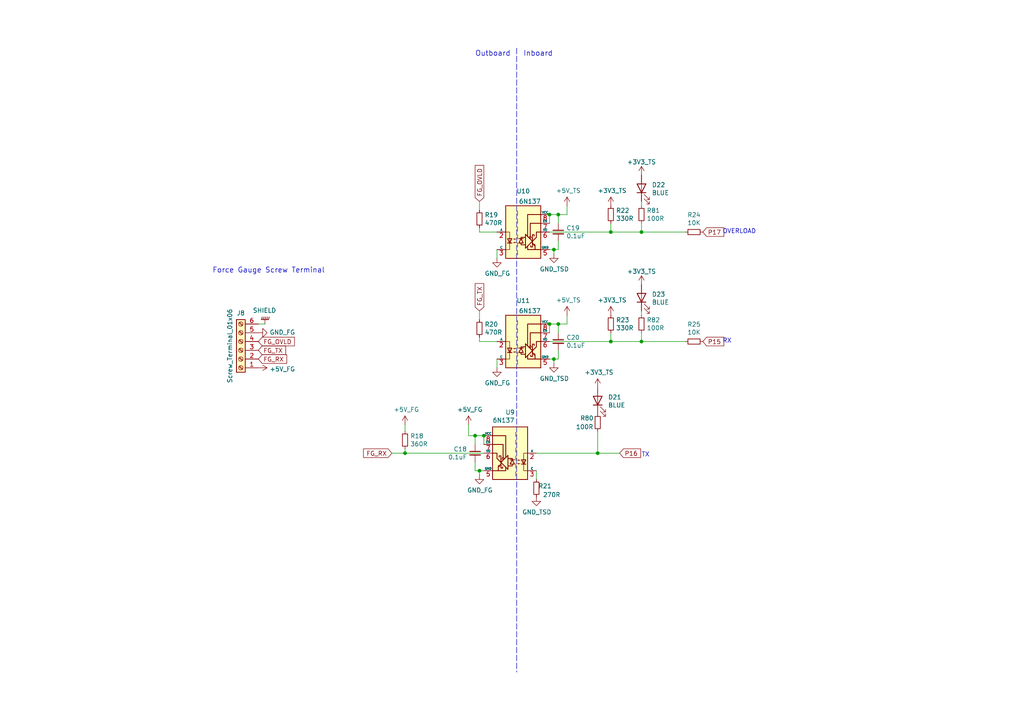
<source format=kicad_sch>
(kicad_sch (version 20211123) (generator eeschema)
  (paper "A4")
  (title_block (title "Tensile Board") (date "2021-02-23") (rev "1"))
  (lib_symbols
    (symbol "Connector:Screw_Terminal_01x06" (pin_names (offset 1.016) hide)
      (property "Reference" "J" (at 0 7.62 0))
      (property "Value" "Screw_Terminal_01x06" (at 0 -10.16 0))
      (symbol "Screw_Terminal_01x06_1_1"
        (rectangle (start -1.27 6.35) (end 1.27 -8.89) (stroke (width 0.254)) (fill (type background)))
        (circle (center 0 -7.62) (radius 0.635) (stroke (width 0.1524)))
        (circle (center 0 -5.08) (radius 0.635) (stroke (width 0.1524)))
        (circle (center 0 -2.54) (radius 0.635) (stroke (width 0.1524)))
        (polyline (pts (xy -0.5334 -7.2898) (xy 0.3302 -8.128)) (stroke (width 0.1524)))
        (polyline (pts (xy -0.5334 -4.7498) (xy 0.3302 -5.588)) (stroke (width 0.1524)))
        (polyline (pts (xy -0.5334 -2.2098) (xy 0.3302 -3.048)) (stroke (width 0.1524)))
        (polyline (pts (xy -0.5334 0.3302) (xy 0.3302 -0.508)) (stroke (width 0.1524)))
        (polyline (pts (xy -0.5334 2.8702) (xy 0.3302 2.032)) (stroke (width 0.1524)))
        (polyline (pts (xy -0.5334 5.4102) (xy 0.3302 4.572)) (stroke (width 0.1524)))
        (polyline (pts (xy -0.3556 -7.112) (xy 0.508 -7.9502)) (stroke (width 0.1524)))
        (polyline (pts (xy -0.3556 -4.572) (xy 0.508 -5.4102)) (stroke (width 0.1524)))
        (polyline (pts (xy -0.3556 -2.032) (xy 0.508 -2.8702)) (stroke (width 0.1524)))
        (polyline (pts (xy -0.3556 0.508) (xy 0.508 -0.3302)) (stroke (width 0.1524)))
        (polyline (pts (xy -0.3556 3.048) (xy 0.508 2.2098)) (stroke (width 0.1524)))
        (polyline (pts (xy -0.3556 5.588) (xy 0.508 4.7498)) (stroke (width 0.1524)))
        (circle (center 0 0) (radius 0.635) (stroke (width 0.1524)))
        (circle (center 0 2.54) (radius 0.635) (stroke (width 0.1524)))
        (circle (center 0 5.08) (radius 0.635) (stroke (width 0.1524)))
        (pin passive line (at -5.08 5.08 0) (length 3.81) (name "Pin_1") (number "1"))
        (pin passive line (at -5.08 2.54 0) (length 3.81) (name "Pin_2") (number "2"))
        (pin passive line (at -5.08 0 0) (length 3.81) (name "Pin_3") (number "3"))
        (pin passive line (at -5.08 -2.54 0) (length 3.81) (name "Pin_4") (number "4"))
        (pin passive line (at -5.08 -5.08 0) (length 3.81) (name "Pin_5") (number "5"))
        (pin passive line (at -5.08 -7.62 0) (length 3.81) (name "Pin_6") (number "6"))
      )
    )
    (symbol "Device:C_Small" (pin_numbers hide) (pin_names (offset 0.254) hide)
      (property "Reference" "C" (at 0.254 1.778 0))
      (property "Value" "C_Small" (at 0.254 -2.032 0))
      (symbol "C_Small_0_1"
        (polyline (pts (xy -1.524 -0.508) (xy 1.524 -0.508)) (stroke (width 0.3302)))
        (polyline (pts (xy -1.524 0.508) (xy 1.524 0.508)) (stroke (width 0.3048)))
      )
      (symbol "C_Small_1_1"
        (pin passive line (at 0 2.54 270) (length 2.032) (name "~") (number "1"))
        (pin passive line (at 0 -2.54 90) (length 2.032) (name "~") (number "2"))
      )
    )
    (symbol "Device:LED" (pin_numbers hide) (pin_names (offset 1.016) hide)
      (property "Reference" "D" (at 0 2.54 0))
      (property "Value" "LED" (at 0 -2.54 0))
      (symbol "LED_0_1"
        (polyline (pts (xy -1.27 -1.27) (xy -1.27 1.27)) (stroke (width 0.254)))
        (polyline (pts (xy -1.27 0) (xy 1.27 0)))
        (polyline (pts (xy 1.27 -1.27) (xy 1.27 1.27) (xy -1.27 0) (xy 1.27 -1.27)) (stroke (width 0.254)))
        (polyline (pts (xy -3.048 -0.762) (xy -4.572 -2.286) (xy -3.81 -2.286) (xy -4.572 -2.286) (xy -4.572 -1.524)))
        (polyline (pts (xy -1.778 -0.762) (xy -3.302 -2.286) (xy -2.54 -2.286) (xy -3.302 -2.286) (xy -3.302 -1.524)))
      )
      (symbol "LED_1_1"
        (pin passive line (at -3.81 0 0) (length 2.54) (name "K") (number "1"))
        (pin passive line (at 3.81 0 180) (length 2.54) (name "A") (number "2"))
      )
    )
    (symbol "Device:R_Small" (pin_numbers hide) (pin_names (offset 0.254) hide)
      (property "Reference" "R" (at 0.762 0.508 0))
      (property "Value" "R_Small" (at 0.762 -1.016 0))
      (symbol "R_Small_0_1"
        (rectangle (start -0.762 1.778) (end 0.762 -1.778) (stroke (width 0.2032)))
      )
      (symbol "R_Small_1_1"
        (pin passive line (at 0 2.54 270) (length 0.762) (name "~") (number "1"))
        (pin passive line (at 0 -2.54 90) (length 0.762) (name "~") (number "2"))
      )
    )
    (symbol "Isolator:6N137" (pin_names (offset 0))
      (property "Reference" "U" (at -4.064 8.89 0))
      (property "Value" "6N137" (at 0 -8.89 0))
      (symbol "6N137_0_1"
        (polyline (pts (xy 2.667 -3.556) (xy 2.667 -1.651)) (stroke (width 0.254)))
        (polyline (pts (xy 2.667 -2.159) (xy 2.667 -2.921)) (stroke (width 0.254)))
        (polyline (pts (xy 3.429 -3.937) (xy 3.429 -5.08)) (stroke (width 0.254)))
        (polyline (pts (xy -0.635 -3.302) (xy -0.635 -3.683) (xy 0.635 -3.683)) (stroke (width 0.254)))
        (polyline (pts (xy -0.635 -1.905) (xy -0.635 -1.524) (xy 0.508 -1.524)) (stroke (width 0.254)))
        (polyline (pts (xy 1.27 -4.064) (xy 1.27 -5.08) (xy 5.08 -5.08)) (stroke (width 0.254)))
        (polyline (pts (xy 1.27 -1.27) (xy 1.27 5.08) (xy 5.08 5.08)) (stroke (width 0.254)))
        (polyline (pts (xy 2.032 -1.27) (xy 2.032 2.54) (xy 5.08 2.54)) (stroke (width 0.254)))
        (polyline (pts (xy -5.08 -5.08) (xy -3.937 -5.08) (xy -3.937 0) (xy -5.08 0)))
        (polyline (pts (xy 2.667 -3.302) (xy 2.667 -4.318) (xy 2.159 -4.318) (xy 2.159 -3.937)) (stroke (width 0.254)))
        (polyline (pts (xy 2.667 -2.667) (xy 0.635 -4.699) (xy 0.635 -0.635) (xy 2.667 -2.667)) (stroke (width 0.254)))
        (polyline (pts (xy 2.667 -1.778) (xy 2.667 -0.762) (xy 3.175 -0.762) (xy 3.175 -1.143)) (stroke (width 0.254)))
        (polyline (pts (xy 2.794 -2.54) (xy 3.81 -1.524) (xy 3.81 0) (xy 5.08 0)) (stroke (width 0.254)))
        (polyline (pts (xy 2.667 -3.175) (xy 3.429 -3.937) (xy 3.302 -3.556) (xy 3.048 -3.81) (xy 3.429 -3.937)) (stroke (width 0.254)))
        (circle (center 2.032 -1.524) (radius 0.254) (stroke (width 0.254)))
      )
      (symbol "6N137_1_1"
        (rectangle (start -5.08 7.62) (end 5.08 -7.62) (stroke (width 0.254)) (fill (type background)))
        (polyline (pts (xy -4.572 -3.175) (xy -3.302 -3.175)) (stroke (width 0.254)))
        (polyline (pts (xy -1.651 -5.334) (xy -1.651 -6.604)))
        (polyline (pts (xy -1.651 -3.048) (xy -1.651 -4.318)))
        (polyline (pts (xy -1.651 -0.762) (xy -1.651 -2.032)))
        (polyline (pts (xy -1.651 1.524) (xy -1.651 0.254)))
        (polyline (pts (xy -1.651 3.81) (xy -1.651 2.54)))
        (polyline (pts (xy -1.651 6.096) (xy -1.651 4.826)))
        (polyline (pts (xy -1.27 -1.905) (xy 0 -1.905)) (stroke (width 0.254)))
        (polyline (pts (xy -3.937 -3.175) (xy -4.572 -1.905) (xy -3.302 -1.905) (xy -3.937 -3.175)) (stroke (width 0.254)))
        (polyline (pts (xy -0.635 -1.905) (xy -1.27 -3.175) (xy 0 -3.175) (xy -0.635 -1.905)) (stroke (width 0.254)))
        (polyline (pts (xy -2.921 -3.048) (xy -2.159 -3.048) (xy -2.54 -3.175) (xy -2.54 -2.921) (xy -2.159 -3.048)) (stroke (width 0.127)))
        (polyline (pts (xy -2.921 -2.032) (xy -2.159 -2.032) (xy -2.54 -2.159) (xy -2.54 -1.905) (xy -2.159 -2.032)) (stroke (width 0.127)))
        (pin no_connect line (at -5.08 5.08 0) (length 2.54) hide (name "NC") (number "1"))
        (pin passive line (at -7.62 0 0) (length 2.54) (name "A") (number "2"))
        (pin passive line (at -7.62 -5.08 0) (length 2.54) (name "C") (number "3"))
        (pin power_in line (at 7.62 -5.08 180) (length 2.54) (name "GND") (number "5"))
        (pin open_collector line (at 7.62 0 180) (length 2.54) (name "VO") (number "6"))
        (pin input line (at 7.62 2.54 180) (length 2.54) (name "EN") (number "7"))
        (pin power_in line (at 7.62 5.08 180) (length 2.54) (name "VCC") (number "8"))
      )
    )
    (symbol "Tensile_Board:+3.3V_TS" (power) (pin_names (offset 0))
      (property "Value" "+3.3V_TS" (at 0 3.556 0))
      (symbol "+3.3V_TS_0_1"
        (polyline (pts (xy -0.762 1.27) (xy 0 2.54)))
        (polyline (pts (xy 0 0) (xy 0 2.54)))
        (polyline (pts (xy 0 2.54) (xy 0.762 1.27)))
      )
      (symbol "+3.3V_TS_1_1"
        (pin power_in line (at 0 0 90) (length 0) hide (name "+3V3_TS") (number "1"))
      )
    )
    (symbol "Tensile_Board:+5V_FG" (power) (pin_names (offset 0))
      (property "Value" "+5V_FG" (at 0 3.556 0))
      (symbol "+5V_FG_0_1"
        (polyline (pts (xy -0.762 1.27) (xy 0 2.54)))
        (polyline (pts (xy 0 0) (xy 0 2.54)))
        (polyline (pts (xy 0 2.54) (xy 0.762 1.27)))
      )
      (symbol "+5V_FG_1_1"
        (pin power_in line (at 0 0 90) (length 0) hide (name "+5V_FG") (number "1"))
      )
    )
    (symbol "Tensile_Board:+5V_TS" (power) (pin_names (offset 0))
      (property "Value" "+5V_TS" (at 0 3.556 0))
      (symbol "+5V_TS_0_1"
        (polyline (pts (xy -0.762 1.27) (xy 0 2.54)))
        (polyline (pts (xy 0 0) (xy 0 2.54)))
        (polyline (pts (xy 0 2.54) (xy 0.762 1.27)))
      )
      (symbol "+5V_TS_1_1"
        (pin power_in line (at 0 0 90) (length 0) hide (name "+5V_TS") (number "1"))
      )
    )
    (symbol "Tensile_Board:GND_FG" (power) (pin_names (offset 0))
      (property "Value" "GND_FG" (at 0 -3.81 0))
      (symbol "GND_FG_0_1"
        (polyline (pts (xy 0 0) (xy 0 -1.27) (xy 1.27 -1.27) (xy 0 -2.54) (xy -1.27 -1.27) (xy 0 -1.27)))
      )
      (symbol "GND_FG_1_1"
        (pin power_in line (at 0 0 270) (length 0) hide (name "GND_FG") (number "1"))
      )
    )
    (symbol "Tensile_Board:GND_TSD" (power) (pin_names (offset 0))
      (property "Value" "GND_TSD" (at 0 -3.81 0))
      (symbol "GND_TSD_0_1"
        (polyline (pts (xy 0 0) (xy 0 -1.27) (xy 1.27 -1.27) (xy 0 -2.54) (xy -1.27 -1.27) (xy 0 -1.27)))
      )
      (symbol "GND_TSD_1_1"
        (pin power_in line (at 0 0 270) (length 0) hide (name "GND_TSD") (number "1"))
      )
    )
    (symbol "Tensile_Board:SHIELD" (power) (pin_names (offset 0))
      (property "Value" "SHIELD" (at 0 -3.302 0))
      (symbol "SHIELD_0_1"
        (polyline (pts (xy 0 -1.27) (xy 0 0)))
        (polyline (pts (xy -1.016 -1.27) (xy -1.27 -2.032) (xy -1.27 -2.032)) (stroke (width 0.2032)))
        (polyline (pts (xy -0.508 -1.27) (xy -0.762 -2.032) (xy -0.762 -2.032)) (stroke (width 0.2032)))
        (polyline (pts (xy 0 -1.27) (xy -0.254 -2.032) (xy -0.254 -2.032)) (stroke (width 0.2032)))
        (polyline (pts (xy 0.508 -1.27) (xy 0.254 -2.032) (xy 0.254 -2.032)) (stroke (width 0.2032)))
        (polyline (pts (xy 1.016 -1.27) (xy -1.016 -1.27) (xy -1.016 -1.27)) (stroke (width 0.2032)))
        (polyline (pts (xy 1.016 -1.27) (xy 0.762 -2.032) (xy 0.762 -2.032) (xy 0.762 -2.032)) (stroke (width 0.2032)))
      )
      (symbol "SHIELD_1_1"
        (pin power_in line (at 0 0 270) (length 0) hide (name "SHIELD") (number "1"))
      )
    )
  )
  (junction (at 140.335 126.365))
  (junction (at 159.385 62.23))
  (junction (at 160.655 72.39))
  (junction (at 186.055 99.06))
  (junction (at 186.055 67.31))
  (junction (at 161.925 93.98))
  (junction (at 161.925 62.23))
  (junction (at 177.165 67.31))
  (junction (at 117.475 131.445))
  (junction (at 139.065 136.525))
  (junction (at 173.355 131.445))
  (junction (at 137.795 126.365))
  (junction (at 177.165 99.06))
  (junction (at 160.655 104.14))
  (junction (at 159.385 93.98))
  (wire (pts (xy 159.385 104.14) (xy 160.655 104.14)))
  (wire (pts (xy 137.795 136.525) (xy 137.795 133.985)))
  (wire (pts (xy 186.055 58.42) (xy 186.055 59.69)))
  (wire (pts (xy 161.925 62.23) (xy 164.465 62.23)))
  (wire (pts (xy 186.055 99.06) (xy 186.055 96.52)))
  (wire (pts (xy 117.475 125.095) (xy 117.475 123.19)))
  (wire (pts (xy 140.335 136.525) (xy 139.065 136.525)))
  (wire (pts (xy 159.385 62.23) (xy 161.925 62.23)))
  (wire (pts (xy 159.385 67.31) (xy 177.165 67.31)))
  (wire (pts (xy 164.465 93.98) (xy 164.465 91.44)))
  (wire (pts (xy 161.925 72.39) (xy 161.925 69.85)))
  (wire (pts (xy 139.065 92.71) (xy 139.065 90.17)))
  (wire (pts (xy 135.89 126.365) (xy 135.89 123.19)))
  (wire (pts (xy 74.93 93.98) (xy 76.835 93.98)))
  (wire (pts (xy 159.385 93.98) (xy 161.925 93.98)))
  (wire (pts (xy 186.055 90.17) (xy 186.055 91.44)))
  (wire (pts (xy 159.385 72.39) (xy 160.655 72.39)))
  (wire (pts (xy 177.165 67.31) (xy 177.165 64.77)))
  (wire (pts (xy 139.065 99.06) (xy 144.145 99.06)))
  (wire (pts (xy 155.575 139.065) (xy 155.575 136.525)))
  (wire (pts (xy 139.065 97.79) (xy 139.065 99.06)))
  (wire (pts (xy 161.925 104.14) (xy 161.925 101.6)))
  (wire (pts (xy 159.385 64.77) (xy 159.385 62.23)))
  (wire (pts (xy 139.065 136.525) (xy 137.795 136.525)))
  (wire (pts (xy 159.385 96.52) (xy 159.385 93.98)))
  (wire (pts (xy 137.795 128.905) (xy 137.795 126.365)))
  (wire (pts (xy 140.335 128.905) (xy 140.335 126.365)))
  (wire (pts (xy 173.355 131.445) (xy 179.705 131.445)))
  (wire (pts (xy 161.925 64.77) (xy 161.925 62.23)))
  (wire (pts (xy 144.145 106.68) (xy 144.145 104.14)))
  (wire (pts (xy 140.335 126.365) (xy 137.795 126.365)))
  (wire (pts (xy 161.925 96.52) (xy 161.925 93.98)))
  (wire (pts (xy 160.655 72.39) (xy 160.655 73.66)))
  (wire (pts (xy 155.575 131.445) (xy 173.355 131.445)))
  (wire (pts (xy 160.655 104.14) (xy 161.925 104.14)))
  (wire (pts (xy 159.385 99.06) (xy 177.165 99.06)))
  (wire (pts (xy 177.165 99.06) (xy 186.055 99.06)))
  (wire (pts (xy 177.165 99.06) (xy 177.165 96.52)))
  (polyline (pts (xy 149.86 13.97) (xy 149.86 194.945)))
  (wire (pts (xy 160.655 104.14) (xy 160.655 105.41)))
  (wire (pts (xy 139.065 67.31) (xy 144.145 67.31)))
  (wire (pts (xy 186.055 67.31) (xy 186.055 64.77)))
  (wire (pts (xy 113.665 131.445) (xy 117.475 131.445)))
  (wire (pts (xy 137.795 126.365) (xy 135.89 126.365)))
  (wire (pts (xy 139.065 60.96) (xy 139.065 58.42)))
  (wire (pts (xy 198.755 99.06) (xy 186.055 99.06)))
  (wire (pts (xy 139.065 66.04) (xy 139.065 67.31)))
  (wire (pts (xy 161.925 93.98) (xy 164.465 93.98)))
  (wire (pts (xy 173.355 125.095) (xy 173.355 131.445)))
  (wire (pts (xy 117.475 131.445) (xy 140.335 131.445)))
  (wire (pts (xy 160.655 72.39) (xy 161.925 72.39)))
  (wire (pts (xy 117.475 131.445) (xy 117.475 130.175)))
  (wire (pts (xy 177.165 67.31) (xy 186.055 67.31)))
  (wire (pts (xy 186.055 67.31) (xy 198.755 67.31)))
  (wire (pts (xy 144.145 74.93) (xy 144.145 72.39)))
  (wire (pts (xy 164.465 62.23) (xy 164.465 59.69)))
  (wire (pts (xy 139.065 136.525) (xy 139.065 137.795)))
  (text "OVERLOAD" (at 209.55 67.945 0) (effects (font (size 1.27 1.27)) (justify left bottom)))
  (text "TX" (at 186.055 132.715 0) (effects (font (size 1.27 1.27)) (justify left bottom)))
  (text "Outboard" (at 137.795 16.51 0) (effects (font (size 1.4986 1.4986)) (justify left bottom)))
  (text "Inboard" (at 151.765 16.51 0) (effects (font (size 1.4986 1.4986)) (justify left bottom)))
  (text "Force Gauge Screw Terminal" (at 61.595 79.375 0) (effects (font (size 1.4986 1.4986)) (justify left bottom)))
  (text "RX" (at 209.55 99.695 0) (effects (font (size 1.27 1.27)) (justify left bottom)))
  (global_label "P17" (shape input) (at 203.835 67.31 0) (property "Intersheet References" "${INTERSHEET_REFS}" (effects hide)))
  (global_label "P15" (shape input) (at 203.835 99.06 0) (property "Intersheet References" "${INTERSHEET_REFS}" (effects hide)))
  (global_label "FG_RX" (shape input) (at 113.665 131.445 180) (property "Intersheet References" "${INTERSHEET_REFS}" (effects hide)))
  (global_label "FG_TX" (shape input) (at 139.065 90.17 90) (property "Intersheet References" "${INTERSHEET_REFS}" (effects hide)))
  (global_label "FG_TX" (shape input) (at 74.93 101.6 0) (property "Intersheet References" "${INTERSHEET_REFS}" (effects hide)))
  (global_label "FG_RX" (shape input) (at 74.93 104.14 0) (property "Intersheet References" "${INTERSHEET_REFS}" (effects hide)))
  (global_label "P16" (shape input) (at 179.705 131.445 0) (property "Intersheet References" "${INTERSHEET_REFS}" (effects hide)))
  (global_label "FG_OVLD" (shape input) (at 139.065 58.42 90) (property "Intersheet References" "${INTERSHEET_REFS}" (effects hide)))
  (global_label "FG_OVLD" (shape input) (at 74.93 99.06 0) (property "Intersheet References" "${INTERSHEET_REFS}" (effects hide)))
  (symbol (lib_id "Tensile_Board:GND_TSD") (at 155.575 144.145 0)
    (property "Reference" "#PWR0129" (effects hide))
    (property "Value" "GND_TSD" (at 155.702 148.5392 0))
  )
  (symbol (lib_id "Tensile_Board:+5V_FG") (at 74.93 106.68 270) (unit 1)
    (property "Reference" "#PWR0139" (effects hide))
    (property "Value" "+5V_FG" (at 78.1812 107.061 90) (effects (justify left)))
  )
  (symbol (lib_id "Tensile_Board:+5V_FG") (at 135.89 123.19 0) (unit 1)
    (property "Reference" "#PWR0140" (effects hide))
    (property "Value" "+5V_FG" (at 136.271 118.7958 0))
  )
  (symbol (lib_id "Device:R_Small") (at 117.475 127.635 0)
    (property "Reference" "R18" (at 118.9736 126.4666 0) (effects (justify left)))
    (property "Value" "360R" (at 118.9736 128.778 0) (effects (justify left)))
    (property "Footprint" "Resistor_SMD:R_0603_1608Metric" (effects hide))
    (property "Datasheet" "https://datasheet.lcsc.com/szlcsc/Uniroyal-Elec-0603WAF3600T5E_C25194.pdf" (effects hide))
    (property "LCSC" "C25194" (effects hide))
    (property "Type" "BASIC" (effects hide))
  )
  (symbol (lib_id "Tensile_Board:+5V_FG") (at 117.475 123.19 0) (unit 1)
    (property "Reference" "#PWR0141" (effects hide))
    (property "Value" "+5V_FG" (at 117.856 118.7958 0))
  )
  (symbol (lib_id "Isolator:6N137") (at 151.765 99.06 0)
    (property "Reference" "U11" (at 151.765 87.1982 0))
    (property "Value" "6N137" (at 153.67 90.17 0))
    (property "Footprint" "Package_SO:SOP-8_6.62x9.15mm_P2.54mm" (effects hide))
    (property "Datasheet" "https://docs.broadcom.com/docs/AV02-0940EN" (effects hide))
    (property "LCSC" "C110020" (effects hide))
    (property "Type" "BASIC" (effects hide))
  )
  (symbol (lib_id "Device:R_Small") (at 177.165 93.98 0)
    (property "Reference" "R23" (at 178.6636 92.8116 0) (effects (justify left)))
    (property "Value" "330R" (at 178.6636 95.123 0) (effects (justify left)))
    (property "Footprint" "Resistor_SMD:R_0603_1608Metric" (effects hide))
    (property "Datasheet" "https://datasheet.lcsc.com/szlcsc/Uniroyal-Elec-0603WAF3300T5E_C23138.pdf" (effects hide))
    (property "LCSC" "C23138" (effects hide))
    (property "Type" "BASIC" (effects hide))
  )
  (symbol (lib_id "Device:C_Small") (at 161.925 99.06 0)
    (property "Reference" "C20" (at 164.2618 97.8916 0) (effects (justify left)))
    (property "Value" "0.1uF" (at 164.2618 100.203 0) (effects (justify left)))
    (property "Footprint" "Capacitor_SMD:C_0603_1608Metric" (effects hide))
    (property "Datasheet" "https://datasheet.lcsc.com/szlcsc/YAGEO-CC0603KRX7R9BB104_C14663.pdf" (effects hide))
    (property "LCSC" "C14663" (effects hide))
    (property "Type" "BASIC" (effects hide))
  )
  (symbol (lib_id "Device:R_Small") (at 201.295 99.06 270)
    (property "Reference" "R25" (at 201.295 94.0816 90))
    (property "Value" "10K" (at 201.295 96.393 90))
    (property "Footprint" "Resistor_SMD:R_0603_1608Metric" (effects hide))
    (property "Datasheet" "https://datasheet.lcsc.com/szlcsc/Uniroyal-Elec-0603WAF1002T5E_C25804.pdf" (effects hide))
    (property "LCSC" "C25804" (effects hide))
    (property "Type" "BASIC" (effects hide))
  )
  (symbol (lib_id "Device:R_Small") (at 139.065 95.25 0)
    (property "Reference" "R20" (at 140.5636 94.0816 0) (effects (justify left)))
    (property "Value" "470R" (at 140.5636 96.393 0) (effects (justify left)))
    (property "Footprint" "Resistor_SMD:R_0603_1608Metric" (effects hide))
    (property "Datasheet" "https://datasheet.lcsc.com/szlcsc/Uniroyal-Elec-0603WAF4700T5E_C23179.pdf" (effects hide))
    (property "LCSC" "C23179" (effects hide))
    (property "Type" "BASIC" (effects hide))
  )
  (symbol (lib_id "Isolator:6N137") (at 147.955 131.445 0) (mirror y)
    (property "Reference" "U9" (at 147.955 119.5832 0))
    (property "Value" "6N137" (at 146.05 121.92 0))
    (property "Footprint" "Package_SO:SOP-8_6.62x9.15mm_P2.54mm" (effects hide))
    (property "Datasheet" "https://docs.broadcom.com/docs/AV02-0940EN" (effects hide))
    (property "LCSC" "C110020" (effects hide))
    (property "Type" "BASIC" (effects hide))
  )
  (symbol (lib_id "Device:C_Small") (at 137.795 131.445 0) (mirror y)
    (property "Reference" "C18" (at 135.4582 130.2766 0) (effects (justify left)))
    (property "Value" "0.1uF" (at 135.4582 132.588 0) (effects (justify left)))
    (property "Footprint" "Capacitor_SMD:C_0603_1608Metric" (effects hide))
    (property "Datasheet" "https://datasheet.lcsc.com/szlcsc/YAGEO-CC0603KRX7R9BB104_C14663.pdf" (effects hide))
    (property "LCSC" "C14663" (effects hide))
    (property "Type" "BASIC" (effects hide))
  )
  (symbol (lib_id "Device:R_Small") (at 155.575 141.605 0) (mirror y)
    (property "Reference" "R21" (at 160.02 140.97 0) (effects (justify left)))
    (property "Value" "270R" (at 162.56 143.51 0) (effects (justify left)))
    (property "Footprint" "Resistor_SMD:R_0603_1608Metric" (effects hide))
    (property "Datasheet" "https://datasheet.lcsc.com/szlcsc/Uniroyal-Elec-0603WAF2700T5E_C22966.pdf" (effects hide))
    (property "LCSC" "C22966" (effects hide))
    (property "Type" "BASIC" (effects hide))
  )
  (symbol (lib_id "Tensile_Board:+5V_TS") (at 164.465 91.44 0)
    (property "Reference" "#PWR0130" (effects hide))
    (property "Value" "+5V_TS" (at 164.846 87.0458 0))
  )
  (symbol (lib_id "Tensile_Board:+3.3V_TS") (at 177.165 91.44 0)
    (property "Reference" "#PWR0131" (effects hide))
    (property "Value" "+3.3V_TS" (at 177.546 87.0458 0))
  )
  (symbol (lib_id "Tensile_Board:GND_TSD") (at 160.655 105.41 0)
    (property "Reference" "#PWR0132" (effects hide))
    (property "Value" "GND_TSD" (at 160.782 109.8042 0))
  )
  (symbol (lib_id "Isolator:6N137") (at 151.765 67.31 0)
    (property "Reference" "U10" (at 151.765 55.4482 0))
    (property "Value" "6N137" (at 153.67 58.42 0))
    (property "Footprint" "Package_SO:SOP-8_6.62x9.15mm_P2.54mm" (effects hide))
    (property "Datasheet" "https://docs.broadcom.com/docs/AV02-0940EN" (effects hide))
    (property "LCSC" "C110020" (effects hide))
    (property "Type" "BASIC" (effects hide))
  )
  (symbol (lib_id "Device:R_Small") (at 177.165 62.23 0)
    (property "Reference" "R22" (at 178.6636 61.0616 0) (effects (justify left)))
    (property "Value" "330R" (at 178.6636 63.373 0) (effects (justify left)))
    (property "Footprint" "Resistor_SMD:R_0603_1608Metric" (effects hide))
    (property "Datasheet" "https://datasheet.lcsc.com/szlcsc/Uniroyal-Elec-0603WAF3300T5E_C23138.pdf" (effects hide))
    (property "LCSC" "C23138" (effects hide))
    (property "Type" "BASIC" (effects hide))
  )
  (symbol (lib_id "Device:C_Small") (at 161.925 67.31 0)
    (property "Reference" "C19" (at 164.2618 66.1416 0) (effects (justify left)))
    (property "Value" "0.1uF" (at 164.2618 68.453 0) (effects (justify left)))
    (property "Footprint" "Capacitor_SMD:C_0603_1608Metric" (effects hide))
    (property "Datasheet" "https://datasheet.lcsc.com/szlcsc/YAGEO-CC0603KRX7R9BB104_C14663.pdf" (effects hide))
    (property "LCSC" "C14663" (effects hide))
    (property "Type" "BASIC" (effects hide))
  )
  (symbol (lib_id "Device:R_Small") (at 201.295 67.31 270)
    (property "Reference" "R24" (at 201.295 62.3316 90))
    (property "Value" "10K" (at 201.295 64.643 90))
    (property "Footprint" "Resistor_SMD:R_0603_1608Metric" (effects hide))
    (property "Datasheet" "https://datasheet.lcsc.com/szlcsc/Uniroyal-Elec-0603WAF1002T5E_C25804.pdf" (effects hide))
    (property "LCSC" "C25804" (effects hide))
    (property "Type" "BASIC" (effects hide))
  )
  (symbol (lib_id "Device:R_Small") (at 139.065 63.5 0)
    (property "Reference" "R19" (at 140.5636 62.3316 0) (effects (justify left)))
    (property "Value" "470R" (at 140.5636 64.643 0) (effects (justify left)))
    (property "Footprint" "Resistor_SMD:R_0603_1608Metric" (effects hide))
    (property "Datasheet" "https://datasheet.lcsc.com/szlcsc/Uniroyal-Elec-0603WAF4700T5E_C23179.pdf" (effects hide))
    (property "LCSC" "C23179" (effects hide))
    (property "Type" "BASIC" (effects hide))
  )
  (symbol (lib_id "Tensile_Board:+5V_TS") (at 164.465 59.69 0)
    (property "Reference" "#PWR0133" (effects hide))
    (property "Value" "+5V_TS" (at 164.846 55.2958 0))
  )
  (symbol (lib_id "Tensile_Board:+3.3V_TS") (at 177.165 59.69 0)
    (property "Reference" "#PWR0134" (effects hide))
    (property "Value" "+3.3V_TS" (at 177.546 55.2958 0))
  )
  (symbol (lib_id "Tensile_Board:GND_TSD") (at 160.655 73.66 0)
    (property "Reference" "#PWR0135" (effects hide))
    (property "Value" "GND_TSD" (at 160.782 78.0542 0))
  )
  (symbol (lib_id "Tensile_Board:GND_FG") (at 74.93 96.52 90) (unit 1)
    (property "Reference" "#PWR0138" (effects hide))
    (property "Value" "GND_FG" (at 78.1812 96.393 90) (effects (justify right)))
  )
  (symbol (lib_id "Tensile_Board:GND_FG") (at 144.145 106.68 0) (unit 1)
    (property "Reference" "#PWR0136" (effects hide))
    (property "Value" "GND_FG" (at 144.272 111.0742 0))
  )
  (symbol (lib_id "Tensile_Board:GND_FG") (at 144.145 74.93 0) (unit 1)
    (property "Reference" "#PWR0137" (effects hide))
    (property "Value" "GND_FG" (at 144.272 79.3242 0))
  )
  (symbol (lib_id "Tensile_Board:GND_FG") (at 139.065 137.795 0) (unit 1)
    (property "Reference" "#PWR0142" (effects hide))
    (property "Value" "GND_FG" (at 139.192 142.1892 0))
  )
  (symbol (lib_id "Tensile_Board:SHIELD") (at 76.835 93.98 180) (unit 1)
    (property "Reference" "#PWR0161" (effects hide))
    (property "Value" "SHIELD" (at 76.708 90.043 0))
  )
  (symbol (lib_id "Connector:Screw_Terminal_01x06") (at 69.85 101.6 180) (unit 1)
    (property "Reference" "J8" (at 69.85 90.805 0))
    (property "Value" "Screw_Terminal_01x06" (at 66.675 100.33 90))
    (property "Footprint" "TerminalBlock_4Ucon:TerminalBlock_4Ucon_1x06_P3.50mm_Vertical" (effects hide))
    (property "Type" "NA" (effects hide))
  )
  (symbol (lib_id "Device:LED") (at 173.355 116.205 90)
    (property "Reference" "D21" (at 176.3522 115.2144 90) (effects (justify right)))
    (property "Value" "BLUE" (at 176.3522 117.5258 90) (effects (justify right)))
    (property "Footprint" "LED_SMD:LED_0603_1608Metric" (effects hide))
    (property "Datasheet" "https://datasheet.lcsc.com/szlcsc/Everlight-Elec-19-217-BHC-ZL1M2RY-3T_C72041.pdf" (effects hide))
    (property "LCSC" "C72041" (effects hide))
    (property "Type" "BASIC" (effects hide))
  )
  (symbol (lib_id "Device:R_Small") (at 173.355 122.555 0)
    (property "Reference" "R80" (at 168.275 121.285 0) (effects (justify left)))
    (property "Value" "100R" (at 167.005 123.825 0) (effects (justify left)))
    (property "Footprint" "Resistor_SMD:R_0603_1608Metric" (effects hide))
    (property "Datasheet" "https://datasheet.lcsc.com/szlcsc/Uniroyal-Elec-0603WAF330JT5E_C23140.pdf" (effects hide))
    (property "LCSC" "C22775" (effects hide))
    (property "Type" "BASIC" (effects hide))
  )
  (symbol (lib_id "Device:R_Small") (at 186.055 62.23 0)
    (property "Reference" "R81" (at 187.5536 61.0616 0) (effects (justify left)))
    (property "Value" "100R" (at 187.5536 63.373 0) (effects (justify left)))
    (property "Footprint" "Resistor_SMD:R_0603_1608Metric" (effects hide))
    (property "Datasheet" "https://datasheet.lcsc.com/szlcsc/Uniroyal-Elec-0603WAF330JT5E_C23140.pdf" (effects hide))
    (property "LCSC" "C22775" (effects hide))
    (property "Type" "BASIC" (effects hide))
  )
  (symbol (lib_id "Tensile_Board:+3.3V_TS") (at 186.055 50.8 0)
    (property "Reference" "#PWR0247" (effects hide))
    (property "Value" "+3.3V_TS" (at 186.055 46.99 0))
  )
  (symbol (lib_id "Device:LED") (at 186.055 54.61 90)
    (property "Reference" "D22" (at 189.0522 53.6194 90) (effects (justify right)))
    (property "Value" "BLUE" (at 189.0522 55.9308 90) (effects (justify right)))
    (property "Footprint" "LED_SMD:LED_0603_1608Metric" (effects hide))
    (property "Datasheet" "https://datasheet.lcsc.com/szlcsc/Everlight-Elec-19-217-BHC-ZL1M2RY-3T_C72041.pdf" (effects hide))
    (property "LCSC" "C72041" (effects hide))
    (property "Type" "BASIC" (effects hide))
  )
  (symbol (lib_id "Device:R_Small") (at 186.055 93.98 0)
    (property "Reference" "R82" (at 187.5536 92.8116 0) (effects (justify left)))
    (property "Value" "100R" (at 187.5536 95.123 0) (effects (justify left)))
    (property "Footprint" "Resistor_SMD:R_0603_1608Metric" (effects hide))
    (property "Datasheet" "https://datasheet.lcsc.com/szlcsc/Uniroyal-Elec-0603WAF330JT5E_C23140.pdf" (effects hide))
    (property "LCSC" "C22775" (effects hide))
    (property "Type" "BASIC" (effects hide))
  )
  (symbol (lib_id "Tensile_Board:+3.3V_TS") (at 186.055 82.55 0)
    (property "Reference" "#PWR0248" (effects hide))
    (property "Value" "+3.3V_TS" (at 186.055 78.74 0))
  )
  (symbol (lib_id "Device:LED") (at 186.055 86.36 90)
    (property "Reference" "D23" (at 189.0522 85.3694 90) (effects (justify right)))
    (property "Value" "BLUE" (at 189.0522 87.6808 90) (effects (justify right)))
    (property "Footprint" "LED_SMD:LED_0603_1608Metric" (effects hide))
    (property "Datasheet" "https://datasheet.lcsc.com/szlcsc/Everlight-Elec-19-217-BHC-ZL1M2RY-3T_C72041.pdf" (effects hide))
    (property "LCSC" "C72041" (effects hide))
    (property "Type" "BASIC" (effects hide))
  )
  (symbol (lib_id "Tensile_Board:+3.3V_TS") (at 173.355 112.395 0)
    (property "Reference" "#PWR0249" (effects hide))
    (property "Value" "+3.3V_TS" (at 173.736 108.0008 0))
  )
)
</source>
